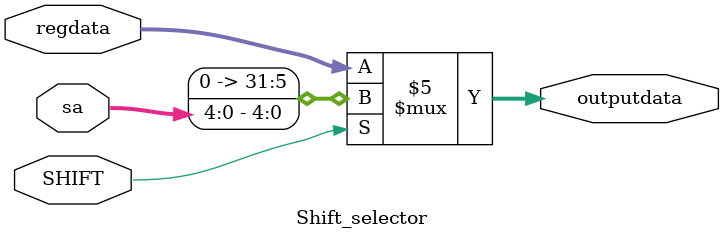
<source format=v>
module Shift_selector(regdata,sa,SHIFT,outputdata);
	input[31:0] regdata;
	input[4:0] sa;
	input SHIFT;
	output reg[31:0] outputdata;

	initial begin
		outputdata = 0;
	end

	

	always @(regdata or sa or SHIFT) begin
		if (SHIFT == 0) begin
			outputdata = regdata;
		end
		else begin
			outputdata = {27'h0000000,sa[4:0]};
		end
	end
endmodule

</source>
